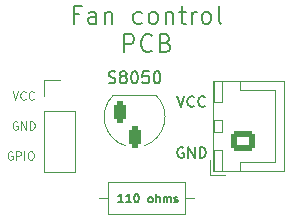
<source format=gto>
G04 #@! TF.GenerationSoftware,KiCad,Pcbnew,8.0.8*
G04 #@! TF.CreationDate,2025-03-17T22:03:57+00:00*
G04 #@! TF.ProjectId,fan_PCB02,66616e5f-5043-4423-9032-2e6b69636164,rev?*
G04 #@! TF.SameCoordinates,Original*
G04 #@! TF.FileFunction,Legend,Top*
G04 #@! TF.FilePolarity,Positive*
%FSLAX46Y46*%
G04 Gerber Fmt 4.6, Leading zero omitted, Abs format (unit mm)*
G04 Created by KiCad (PCBNEW 8.0.8) date 2025-03-17 22:03:57*
%MOMM*%
%LPD*%
G01*
G04 APERTURE LIST*
G04 Aperture macros list*
%AMRoundRect*
0 Rectangle with rounded corners*
0 $1 Rounding radius*
0 $2 $3 $4 $5 $6 $7 $8 $9 X,Y pos of 4 corners*
0 Add a 4 corners polygon primitive as box body*
4,1,4,$2,$3,$4,$5,$6,$7,$8,$9,$2,$3,0*
0 Add four circle primitives for the rounded corners*
1,1,$1+$1,$2,$3*
1,1,$1+$1,$4,$5*
1,1,$1+$1,$6,$7*
1,1,$1+$1,$8,$9*
0 Add four rect primitives between the rounded corners*
20,1,$1+$1,$2,$3,$4,$5,0*
20,1,$1+$1,$4,$5,$6,$7,0*
20,1,$1+$1,$6,$7,$8,$9,0*
20,1,$1+$1,$8,$9,$2,$3,0*%
G04 Aperture macros list end*
%ADD10C,0.100000*%
%ADD11C,0.150000*%
%ADD12C,0.200000*%
%ADD13C,0.120000*%
%ADD14RoundRect,0.250000X0.750000X-0.600000X0.750000X0.600000X-0.750000X0.600000X-0.750000X-0.600000X0*%
%ADD15O,2.000000X1.700000*%
%ADD16R,1.100000X1.800000*%
%ADD17RoundRect,0.275000X0.275000X0.625000X-0.275000X0.625000X-0.275000X-0.625000X0.275000X-0.625000X0*%
%ADD18C,1.600000*%
%ADD19O,1.600000X1.600000*%
%ADD20R,1.700000X1.700000*%
%ADD21O,1.700000X1.700000*%
%ADD22C,2.200000*%
G04 APERTURE END LIST*
D10*
X12166667Y128618033D02*
X12100000Y128651366D01*
X12100000Y128651366D02*
X12000000Y128651366D01*
X12000000Y128651366D02*
X11900000Y128618033D01*
X11900000Y128618033D02*
X11833334Y128551366D01*
X11833334Y128551366D02*
X11800000Y128484700D01*
X11800000Y128484700D02*
X11766667Y128351366D01*
X11766667Y128351366D02*
X11766667Y128251366D01*
X11766667Y128251366D02*
X11800000Y128118033D01*
X11800000Y128118033D02*
X11833334Y128051366D01*
X11833334Y128051366D02*
X11900000Y127984700D01*
X11900000Y127984700D02*
X12000000Y127951366D01*
X12000000Y127951366D02*
X12066667Y127951366D01*
X12066667Y127951366D02*
X12166667Y127984700D01*
X12166667Y127984700D02*
X12200000Y128018033D01*
X12200000Y128018033D02*
X12200000Y128251366D01*
X12200000Y128251366D02*
X12066667Y128251366D01*
X12500000Y127951366D02*
X12500000Y128651366D01*
X12500000Y128651366D02*
X12900000Y127951366D01*
X12900000Y127951366D02*
X12900000Y128651366D01*
X13233333Y127951366D02*
X13233333Y128651366D01*
X13233333Y128651366D02*
X13400000Y128651366D01*
X13400000Y128651366D02*
X13500000Y128618033D01*
X13500000Y128618033D02*
X13566667Y128551366D01*
X13566667Y128551366D02*
X13600000Y128484700D01*
X13600000Y128484700D02*
X13633333Y128351366D01*
X13633333Y128351366D02*
X13633333Y128251366D01*
X13633333Y128251366D02*
X13600000Y128118033D01*
X13600000Y128118033D02*
X13566667Y128051366D01*
X13566667Y128051366D02*
X13500000Y127984700D01*
X13500000Y127984700D02*
X13400000Y127951366D01*
X13400000Y127951366D02*
X13233333Y127951366D01*
X11746000Y126078033D02*
X11679333Y126111366D01*
X11679333Y126111366D02*
X11579333Y126111366D01*
X11579333Y126111366D02*
X11479333Y126078033D01*
X11479333Y126078033D02*
X11412667Y126011366D01*
X11412667Y126011366D02*
X11379333Y125944700D01*
X11379333Y125944700D02*
X11346000Y125811366D01*
X11346000Y125811366D02*
X11346000Y125711366D01*
X11346000Y125711366D02*
X11379333Y125578033D01*
X11379333Y125578033D02*
X11412667Y125511366D01*
X11412667Y125511366D02*
X11479333Y125444700D01*
X11479333Y125444700D02*
X11579333Y125411366D01*
X11579333Y125411366D02*
X11646000Y125411366D01*
X11646000Y125411366D02*
X11746000Y125444700D01*
X11746000Y125444700D02*
X11779333Y125478033D01*
X11779333Y125478033D02*
X11779333Y125711366D01*
X11779333Y125711366D02*
X11646000Y125711366D01*
X12079333Y125411366D02*
X12079333Y126111366D01*
X12079333Y126111366D02*
X12346000Y126111366D01*
X12346000Y126111366D02*
X12412667Y126078033D01*
X12412667Y126078033D02*
X12446000Y126044700D01*
X12446000Y126044700D02*
X12479333Y125978033D01*
X12479333Y125978033D02*
X12479333Y125878033D01*
X12479333Y125878033D02*
X12446000Y125811366D01*
X12446000Y125811366D02*
X12412667Y125778033D01*
X12412667Y125778033D02*
X12346000Y125744700D01*
X12346000Y125744700D02*
X12079333Y125744700D01*
X12779333Y125411366D02*
X12779333Y126111366D01*
X13246000Y126111366D02*
X13379333Y126111366D01*
X13379333Y126111366D02*
X13446000Y126078033D01*
X13446000Y126078033D02*
X13512666Y126011366D01*
X13512666Y126011366D02*
X13546000Y125878033D01*
X13546000Y125878033D02*
X13546000Y125644700D01*
X13546000Y125644700D02*
X13512666Y125511366D01*
X13512666Y125511366D02*
X13446000Y125444700D01*
X13446000Y125444700D02*
X13379333Y125411366D01*
X13379333Y125411366D02*
X13246000Y125411366D01*
X13246000Y125411366D02*
X13179333Y125444700D01*
X13179333Y125444700D02*
X13112666Y125511366D01*
X13112666Y125511366D02*
X13079333Y125644700D01*
X13079333Y125644700D02*
X13079333Y125878033D01*
X13079333Y125878033D02*
X13112666Y126011366D01*
X13112666Y126011366D02*
X13179333Y126078033D01*
X13179333Y126078033D02*
X13246000Y126111366D01*
D11*
X25724000Y130793442D02*
X26024000Y129893442D01*
X26024000Y129893442D02*
X26324000Y130793442D01*
X27138286Y129979157D02*
X27095429Y129936300D01*
X27095429Y129936300D02*
X26966857Y129893442D01*
X26966857Y129893442D02*
X26881143Y129893442D01*
X26881143Y129893442D02*
X26752572Y129936300D01*
X26752572Y129936300D02*
X26666857Y130022014D01*
X26666857Y130022014D02*
X26624000Y130107728D01*
X26624000Y130107728D02*
X26581143Y130279157D01*
X26581143Y130279157D02*
X26581143Y130407728D01*
X26581143Y130407728D02*
X26624000Y130579157D01*
X26624000Y130579157D02*
X26666857Y130664871D01*
X26666857Y130664871D02*
X26752572Y130750585D01*
X26752572Y130750585D02*
X26881143Y130793442D01*
X26881143Y130793442D02*
X26966857Y130793442D01*
X26966857Y130793442D02*
X27095429Y130750585D01*
X27095429Y130750585D02*
X27138286Y130707728D01*
X28038286Y129979157D02*
X27995429Y129936300D01*
X27995429Y129936300D02*
X27866857Y129893442D01*
X27866857Y129893442D02*
X27781143Y129893442D01*
X27781143Y129893442D02*
X27652572Y129936300D01*
X27652572Y129936300D02*
X27566857Y130022014D01*
X27566857Y130022014D02*
X27524000Y130107728D01*
X27524000Y130107728D02*
X27481143Y130279157D01*
X27481143Y130279157D02*
X27481143Y130407728D01*
X27481143Y130407728D02*
X27524000Y130579157D01*
X27524000Y130579157D02*
X27566857Y130664871D01*
X27566857Y130664871D02*
X27652572Y130750585D01*
X27652572Y130750585D02*
X27781143Y130793442D01*
X27781143Y130793442D02*
X27866857Y130793442D01*
X27866857Y130793442D02*
X27995429Y130750585D01*
X27995429Y130750585D02*
X28038286Y130707728D01*
D10*
X11766666Y131191366D02*
X12000000Y130491366D01*
X12000000Y130491366D02*
X12233333Y131191366D01*
X12866666Y130558033D02*
X12833333Y130524700D01*
X12833333Y130524700D02*
X12733333Y130491366D01*
X12733333Y130491366D02*
X12666666Y130491366D01*
X12666666Y130491366D02*
X12566666Y130524700D01*
X12566666Y130524700D02*
X12500000Y130591366D01*
X12500000Y130591366D02*
X12466666Y130658033D01*
X12466666Y130658033D02*
X12433333Y130791366D01*
X12433333Y130791366D02*
X12433333Y130891366D01*
X12433333Y130891366D02*
X12466666Y131024700D01*
X12466666Y131024700D02*
X12500000Y131091366D01*
X12500000Y131091366D02*
X12566666Y131158033D01*
X12566666Y131158033D02*
X12666666Y131191366D01*
X12666666Y131191366D02*
X12733333Y131191366D01*
X12733333Y131191366D02*
X12833333Y131158033D01*
X12833333Y131158033D02*
X12866666Y131124700D01*
X13566666Y130558033D02*
X13533333Y130524700D01*
X13533333Y130524700D02*
X13433333Y130491366D01*
X13433333Y130491366D02*
X13366666Y130491366D01*
X13366666Y130491366D02*
X13266666Y130524700D01*
X13266666Y130524700D02*
X13200000Y130591366D01*
X13200000Y130591366D02*
X13166666Y130658033D01*
X13166666Y130658033D02*
X13133333Y130791366D01*
X13133333Y130791366D02*
X13133333Y130891366D01*
X13133333Y130891366D02*
X13166666Y131024700D01*
X13166666Y131024700D02*
X13200000Y131091366D01*
X13200000Y131091366D02*
X13266666Y131158033D01*
X13266666Y131158033D02*
X13366666Y131191366D01*
X13366666Y131191366D02*
X13433333Y131191366D01*
X13433333Y131191366D02*
X13533333Y131158033D01*
X13533333Y131158033D02*
X13566666Y131124700D01*
D11*
X21132017Y121793466D02*
X20732017Y121793466D01*
X20932017Y121793466D02*
X20932017Y122493466D01*
X20932017Y122493466D02*
X20865350Y122393466D01*
X20865350Y122393466D02*
X20798684Y122326800D01*
X20798684Y122326800D02*
X20732017Y122293466D01*
X21798684Y121793466D02*
X21398684Y121793466D01*
X21598684Y121793466D02*
X21598684Y122493466D01*
X21598684Y122493466D02*
X21532017Y122393466D01*
X21532017Y122393466D02*
X21465351Y122326800D01*
X21465351Y122326800D02*
X21398684Y122293466D01*
X22232018Y122493466D02*
X22298684Y122493466D01*
X22298684Y122493466D02*
X22365351Y122460133D01*
X22365351Y122460133D02*
X22398684Y122426800D01*
X22398684Y122426800D02*
X22432018Y122360133D01*
X22432018Y122360133D02*
X22465351Y122226800D01*
X22465351Y122226800D02*
X22465351Y122060133D01*
X22465351Y122060133D02*
X22432018Y121926800D01*
X22432018Y121926800D02*
X22398684Y121860133D01*
X22398684Y121860133D02*
X22365351Y121826800D01*
X22365351Y121826800D02*
X22298684Y121793466D01*
X22298684Y121793466D02*
X22232018Y121793466D01*
X22232018Y121793466D02*
X22165351Y121826800D01*
X22165351Y121826800D02*
X22132018Y121860133D01*
X22132018Y121860133D02*
X22098684Y121926800D01*
X22098684Y121926800D02*
X22065351Y122060133D01*
X22065351Y122060133D02*
X22065351Y122226800D01*
X22065351Y122226800D02*
X22098684Y122360133D01*
X22098684Y122360133D02*
X22132018Y122426800D01*
X22132018Y122426800D02*
X22165351Y122460133D01*
X22165351Y122460133D02*
X22232018Y122493466D01*
X23398684Y121793466D02*
X23332018Y121826800D01*
X23332018Y121826800D02*
X23298684Y121860133D01*
X23298684Y121860133D02*
X23265351Y121926800D01*
X23265351Y121926800D02*
X23265351Y122126800D01*
X23265351Y122126800D02*
X23298684Y122193466D01*
X23298684Y122193466D02*
X23332018Y122226800D01*
X23332018Y122226800D02*
X23398684Y122260133D01*
X23398684Y122260133D02*
X23498684Y122260133D01*
X23498684Y122260133D02*
X23565351Y122226800D01*
X23565351Y122226800D02*
X23598684Y122193466D01*
X23598684Y122193466D02*
X23632018Y122126800D01*
X23632018Y122126800D02*
X23632018Y121926800D01*
X23632018Y121926800D02*
X23598684Y121860133D01*
X23598684Y121860133D02*
X23565351Y121826800D01*
X23565351Y121826800D02*
X23498684Y121793466D01*
X23498684Y121793466D02*
X23398684Y121793466D01*
X23932017Y121793466D02*
X23932017Y122493466D01*
X24232017Y121793466D02*
X24232017Y122160133D01*
X24232017Y122160133D02*
X24198684Y122226800D01*
X24198684Y122226800D02*
X24132017Y122260133D01*
X24132017Y122260133D02*
X24032017Y122260133D01*
X24032017Y122260133D02*
X23965351Y122226800D01*
X23965351Y122226800D02*
X23932017Y122193466D01*
X24565350Y121793466D02*
X24565350Y122260133D01*
X24565350Y122193466D02*
X24598684Y122226800D01*
X24598684Y122226800D02*
X24665350Y122260133D01*
X24665350Y122260133D02*
X24765350Y122260133D01*
X24765350Y122260133D02*
X24832017Y122226800D01*
X24832017Y122226800D02*
X24865350Y122160133D01*
X24865350Y122160133D02*
X24865350Y121793466D01*
X24865350Y122160133D02*
X24898684Y122226800D01*
X24898684Y122226800D02*
X24965350Y122260133D01*
X24965350Y122260133D02*
X25065350Y122260133D01*
X25065350Y122260133D02*
X25132017Y122226800D01*
X25132017Y122226800D02*
X25165350Y122160133D01*
X25165350Y122160133D02*
X25165350Y121793466D01*
X25465350Y121826800D02*
X25532017Y121793466D01*
X25532017Y121793466D02*
X25665350Y121793466D01*
X25665350Y121793466D02*
X25732017Y121826800D01*
X25732017Y121826800D02*
X25765350Y121893466D01*
X25765350Y121893466D02*
X25765350Y121926800D01*
X25765350Y121926800D02*
X25732017Y121993466D01*
X25732017Y121993466D02*
X25665350Y122026800D01*
X25665350Y122026800D02*
X25565350Y122026800D01*
X25565350Y122026800D02*
X25498683Y122060133D01*
X25498683Y122060133D02*
X25465350Y122126800D01*
X25465350Y122126800D02*
X25465350Y122160133D01*
X25465350Y122160133D02*
X25498683Y122226800D01*
X25498683Y122226800D02*
X25565350Y122260133D01*
X25565350Y122260133D02*
X25665350Y122260133D01*
X25665350Y122260133D02*
X25732017Y122226800D01*
X26238286Y126432585D02*
X26152572Y126475442D01*
X26152572Y126475442D02*
X26024000Y126475442D01*
X26024000Y126475442D02*
X25895429Y126432585D01*
X25895429Y126432585D02*
X25809714Y126346871D01*
X25809714Y126346871D02*
X25766857Y126261157D01*
X25766857Y126261157D02*
X25724000Y126089728D01*
X25724000Y126089728D02*
X25724000Y125961157D01*
X25724000Y125961157D02*
X25766857Y125789728D01*
X25766857Y125789728D02*
X25809714Y125704014D01*
X25809714Y125704014D02*
X25895429Y125618300D01*
X25895429Y125618300D02*
X26024000Y125575442D01*
X26024000Y125575442D02*
X26109714Y125575442D01*
X26109714Y125575442D02*
X26238286Y125618300D01*
X26238286Y125618300D02*
X26281143Y125661157D01*
X26281143Y125661157D02*
X26281143Y125961157D01*
X26281143Y125961157D02*
X26109714Y125961157D01*
X26666857Y125575442D02*
X26666857Y126475442D01*
X26666857Y126475442D02*
X27181143Y125575442D01*
X27181143Y125575442D02*
X27181143Y126475442D01*
X27609714Y125575442D02*
X27609714Y126475442D01*
X27609714Y126475442D02*
X27824000Y126475442D01*
X27824000Y126475442D02*
X27952571Y126432585D01*
X27952571Y126432585D02*
X28038286Y126346871D01*
X28038286Y126346871D02*
X28081143Y126261157D01*
X28081143Y126261157D02*
X28124000Y126089728D01*
X28124000Y126089728D02*
X28124000Y125961157D01*
X28124000Y125961157D02*
X28081143Y125789728D01*
X28081143Y125789728D02*
X28038286Y125704014D01*
X28038286Y125704014D02*
X27952571Y125618300D01*
X27952571Y125618300D02*
X27824000Y125575442D01*
X27824000Y125575442D02*
X27609714Y125575442D01*
D12*
X17435428Y137707643D02*
X16935428Y137707643D01*
X16935428Y136921929D02*
X16935428Y138421929D01*
X16935428Y138421929D02*
X17649714Y138421929D01*
X18864000Y136921929D02*
X18864000Y137707643D01*
X18864000Y137707643D02*
X18792571Y137850500D01*
X18792571Y137850500D02*
X18649714Y137921929D01*
X18649714Y137921929D02*
X18364000Y137921929D01*
X18364000Y137921929D02*
X18221142Y137850500D01*
X18864000Y136993358D02*
X18721142Y136921929D01*
X18721142Y136921929D02*
X18364000Y136921929D01*
X18364000Y136921929D02*
X18221142Y136993358D01*
X18221142Y136993358D02*
X18149714Y137136215D01*
X18149714Y137136215D02*
X18149714Y137279072D01*
X18149714Y137279072D02*
X18221142Y137421929D01*
X18221142Y137421929D02*
X18364000Y137493358D01*
X18364000Y137493358D02*
X18721142Y137493358D01*
X18721142Y137493358D02*
X18864000Y137564786D01*
X19578285Y137921929D02*
X19578285Y136921929D01*
X19578285Y137779072D02*
X19649714Y137850500D01*
X19649714Y137850500D02*
X19792571Y137921929D01*
X19792571Y137921929D02*
X20006857Y137921929D01*
X20006857Y137921929D02*
X20149714Y137850500D01*
X20149714Y137850500D02*
X20221143Y137707643D01*
X20221143Y137707643D02*
X20221143Y136921929D01*
X22721143Y136993358D02*
X22578285Y136921929D01*
X22578285Y136921929D02*
X22292571Y136921929D01*
X22292571Y136921929D02*
X22149714Y136993358D01*
X22149714Y136993358D02*
X22078285Y137064786D01*
X22078285Y137064786D02*
X22006857Y137207643D01*
X22006857Y137207643D02*
X22006857Y137636215D01*
X22006857Y137636215D02*
X22078285Y137779072D01*
X22078285Y137779072D02*
X22149714Y137850500D01*
X22149714Y137850500D02*
X22292571Y137921929D01*
X22292571Y137921929D02*
X22578285Y137921929D01*
X22578285Y137921929D02*
X22721143Y137850500D01*
X23578285Y136921929D02*
X23435428Y136993358D01*
X23435428Y136993358D02*
X23363999Y137064786D01*
X23363999Y137064786D02*
X23292571Y137207643D01*
X23292571Y137207643D02*
X23292571Y137636215D01*
X23292571Y137636215D02*
X23363999Y137779072D01*
X23363999Y137779072D02*
X23435428Y137850500D01*
X23435428Y137850500D02*
X23578285Y137921929D01*
X23578285Y137921929D02*
X23792571Y137921929D01*
X23792571Y137921929D02*
X23935428Y137850500D01*
X23935428Y137850500D02*
X24006857Y137779072D01*
X24006857Y137779072D02*
X24078285Y137636215D01*
X24078285Y137636215D02*
X24078285Y137207643D01*
X24078285Y137207643D02*
X24006857Y137064786D01*
X24006857Y137064786D02*
X23935428Y136993358D01*
X23935428Y136993358D02*
X23792571Y136921929D01*
X23792571Y136921929D02*
X23578285Y136921929D01*
X24721142Y137921929D02*
X24721142Y136921929D01*
X24721142Y137779072D02*
X24792571Y137850500D01*
X24792571Y137850500D02*
X24935428Y137921929D01*
X24935428Y137921929D02*
X25149714Y137921929D01*
X25149714Y137921929D02*
X25292571Y137850500D01*
X25292571Y137850500D02*
X25364000Y137707643D01*
X25364000Y137707643D02*
X25364000Y136921929D01*
X25864000Y137921929D02*
X26435428Y137921929D01*
X26078285Y138421929D02*
X26078285Y137136215D01*
X26078285Y137136215D02*
X26149714Y136993358D01*
X26149714Y136993358D02*
X26292571Y136921929D01*
X26292571Y136921929D02*
X26435428Y136921929D01*
X26935428Y136921929D02*
X26935428Y137921929D01*
X26935428Y137636215D02*
X27006857Y137779072D01*
X27006857Y137779072D02*
X27078286Y137850500D01*
X27078286Y137850500D02*
X27221143Y137921929D01*
X27221143Y137921929D02*
X27364000Y137921929D01*
X28078285Y136921929D02*
X27935428Y136993358D01*
X27935428Y136993358D02*
X27863999Y137064786D01*
X27863999Y137064786D02*
X27792571Y137207643D01*
X27792571Y137207643D02*
X27792571Y137636215D01*
X27792571Y137636215D02*
X27863999Y137779072D01*
X27863999Y137779072D02*
X27935428Y137850500D01*
X27935428Y137850500D02*
X28078285Y137921929D01*
X28078285Y137921929D02*
X28292571Y137921929D01*
X28292571Y137921929D02*
X28435428Y137850500D01*
X28435428Y137850500D02*
X28506857Y137779072D01*
X28506857Y137779072D02*
X28578285Y137636215D01*
X28578285Y137636215D02*
X28578285Y137207643D01*
X28578285Y137207643D02*
X28506857Y137064786D01*
X28506857Y137064786D02*
X28435428Y136993358D01*
X28435428Y136993358D02*
X28292571Y136921929D01*
X28292571Y136921929D02*
X28078285Y136921929D01*
X29435428Y136921929D02*
X29292571Y136993358D01*
X29292571Y136993358D02*
X29221142Y137136215D01*
X29221142Y137136215D02*
X29221142Y138421929D01*
X21221142Y134507013D02*
X21221142Y136007013D01*
X21221142Y136007013D02*
X21792571Y136007013D01*
X21792571Y136007013D02*
X21935428Y135935584D01*
X21935428Y135935584D02*
X22006857Y135864156D01*
X22006857Y135864156D02*
X22078285Y135721299D01*
X22078285Y135721299D02*
X22078285Y135507013D01*
X22078285Y135507013D02*
X22006857Y135364156D01*
X22006857Y135364156D02*
X21935428Y135292727D01*
X21935428Y135292727D02*
X21792571Y135221299D01*
X21792571Y135221299D02*
X21221142Y135221299D01*
X23578285Y134649870D02*
X23506857Y134578442D01*
X23506857Y134578442D02*
X23292571Y134507013D01*
X23292571Y134507013D02*
X23149714Y134507013D01*
X23149714Y134507013D02*
X22935428Y134578442D01*
X22935428Y134578442D02*
X22792571Y134721299D01*
X22792571Y134721299D02*
X22721142Y134864156D01*
X22721142Y134864156D02*
X22649714Y135149870D01*
X22649714Y135149870D02*
X22649714Y135364156D01*
X22649714Y135364156D02*
X22721142Y135649870D01*
X22721142Y135649870D02*
X22792571Y135792727D01*
X22792571Y135792727D02*
X22935428Y135935584D01*
X22935428Y135935584D02*
X23149714Y136007013D01*
X23149714Y136007013D02*
X23292571Y136007013D01*
X23292571Y136007013D02*
X23506857Y135935584D01*
X23506857Y135935584D02*
X23578285Y135864156D01*
X24721142Y135292727D02*
X24935428Y135221299D01*
X24935428Y135221299D02*
X25006857Y135149870D01*
X25006857Y135149870D02*
X25078285Y135007013D01*
X25078285Y135007013D02*
X25078285Y134792727D01*
X25078285Y134792727D02*
X25006857Y134649870D01*
X25006857Y134649870D02*
X24935428Y134578442D01*
X24935428Y134578442D02*
X24792571Y134507013D01*
X24792571Y134507013D02*
X24221142Y134507013D01*
X24221142Y134507013D02*
X24221142Y136007013D01*
X24221142Y136007013D02*
X24721142Y136007013D01*
X24721142Y136007013D02*
X24864000Y135935584D01*
X24864000Y135935584D02*
X24935428Y135864156D01*
X24935428Y135864156D02*
X25006857Y135721299D01*
X25006857Y135721299D02*
X25006857Y135578442D01*
X25006857Y135578442D02*
X24935428Y135435584D01*
X24935428Y135435584D02*
X24864000Y135364156D01*
X24864000Y135364156D02*
X24721142Y135292727D01*
X24721142Y135292727D02*
X24221142Y135292727D01*
D11*
X19907524Y131926800D02*
X20050381Y131879180D01*
X20050381Y131879180D02*
X20288476Y131879180D01*
X20288476Y131879180D02*
X20383714Y131926800D01*
X20383714Y131926800D02*
X20431333Y131974419D01*
X20431333Y131974419D02*
X20478952Y132069657D01*
X20478952Y132069657D02*
X20478952Y132164895D01*
X20478952Y132164895D02*
X20431333Y132260133D01*
X20431333Y132260133D02*
X20383714Y132307752D01*
X20383714Y132307752D02*
X20288476Y132355371D01*
X20288476Y132355371D02*
X20098000Y132402990D01*
X20098000Y132402990D02*
X20002762Y132450609D01*
X20002762Y132450609D02*
X19955143Y132498228D01*
X19955143Y132498228D02*
X19907524Y132593466D01*
X19907524Y132593466D02*
X19907524Y132688704D01*
X19907524Y132688704D02*
X19955143Y132783942D01*
X19955143Y132783942D02*
X20002762Y132831561D01*
X20002762Y132831561D02*
X20098000Y132879180D01*
X20098000Y132879180D02*
X20336095Y132879180D01*
X20336095Y132879180D02*
X20478952Y132831561D01*
X21050381Y132450609D02*
X20955143Y132498228D01*
X20955143Y132498228D02*
X20907524Y132545847D01*
X20907524Y132545847D02*
X20859905Y132641085D01*
X20859905Y132641085D02*
X20859905Y132688704D01*
X20859905Y132688704D02*
X20907524Y132783942D01*
X20907524Y132783942D02*
X20955143Y132831561D01*
X20955143Y132831561D02*
X21050381Y132879180D01*
X21050381Y132879180D02*
X21240857Y132879180D01*
X21240857Y132879180D02*
X21336095Y132831561D01*
X21336095Y132831561D02*
X21383714Y132783942D01*
X21383714Y132783942D02*
X21431333Y132688704D01*
X21431333Y132688704D02*
X21431333Y132641085D01*
X21431333Y132641085D02*
X21383714Y132545847D01*
X21383714Y132545847D02*
X21336095Y132498228D01*
X21336095Y132498228D02*
X21240857Y132450609D01*
X21240857Y132450609D02*
X21050381Y132450609D01*
X21050381Y132450609D02*
X20955143Y132402990D01*
X20955143Y132402990D02*
X20907524Y132355371D01*
X20907524Y132355371D02*
X20859905Y132260133D01*
X20859905Y132260133D02*
X20859905Y132069657D01*
X20859905Y132069657D02*
X20907524Y131974419D01*
X20907524Y131974419D02*
X20955143Y131926800D01*
X20955143Y131926800D02*
X21050381Y131879180D01*
X21050381Y131879180D02*
X21240857Y131879180D01*
X21240857Y131879180D02*
X21336095Y131926800D01*
X21336095Y131926800D02*
X21383714Y131974419D01*
X21383714Y131974419D02*
X21431333Y132069657D01*
X21431333Y132069657D02*
X21431333Y132260133D01*
X21431333Y132260133D02*
X21383714Y132355371D01*
X21383714Y132355371D02*
X21336095Y132402990D01*
X21336095Y132402990D02*
X21240857Y132450609D01*
X22050381Y132879180D02*
X22145619Y132879180D01*
X22145619Y132879180D02*
X22240857Y132831561D01*
X22240857Y132831561D02*
X22288476Y132783942D01*
X22288476Y132783942D02*
X22336095Y132688704D01*
X22336095Y132688704D02*
X22383714Y132498228D01*
X22383714Y132498228D02*
X22383714Y132260133D01*
X22383714Y132260133D02*
X22336095Y132069657D01*
X22336095Y132069657D02*
X22288476Y131974419D01*
X22288476Y131974419D02*
X22240857Y131926800D01*
X22240857Y131926800D02*
X22145619Y131879180D01*
X22145619Y131879180D02*
X22050381Y131879180D01*
X22050381Y131879180D02*
X21955143Y131926800D01*
X21955143Y131926800D02*
X21907524Y131974419D01*
X21907524Y131974419D02*
X21859905Y132069657D01*
X21859905Y132069657D02*
X21812286Y132260133D01*
X21812286Y132260133D02*
X21812286Y132498228D01*
X21812286Y132498228D02*
X21859905Y132688704D01*
X21859905Y132688704D02*
X21907524Y132783942D01*
X21907524Y132783942D02*
X21955143Y132831561D01*
X21955143Y132831561D02*
X22050381Y132879180D01*
X23288476Y132879180D02*
X22812286Y132879180D01*
X22812286Y132879180D02*
X22764667Y132402990D01*
X22764667Y132402990D02*
X22812286Y132450609D01*
X22812286Y132450609D02*
X22907524Y132498228D01*
X22907524Y132498228D02*
X23145619Y132498228D01*
X23145619Y132498228D02*
X23240857Y132450609D01*
X23240857Y132450609D02*
X23288476Y132402990D01*
X23288476Y132402990D02*
X23336095Y132307752D01*
X23336095Y132307752D02*
X23336095Y132069657D01*
X23336095Y132069657D02*
X23288476Y131974419D01*
X23288476Y131974419D02*
X23240857Y131926800D01*
X23240857Y131926800D02*
X23145619Y131879180D01*
X23145619Y131879180D02*
X22907524Y131879180D01*
X22907524Y131879180D02*
X22812286Y131926800D01*
X22812286Y131926800D02*
X22764667Y131974419D01*
X23955143Y132879180D02*
X24050381Y132879180D01*
X24050381Y132879180D02*
X24145619Y132831561D01*
X24145619Y132831561D02*
X24193238Y132783942D01*
X24193238Y132783942D02*
X24240857Y132688704D01*
X24240857Y132688704D02*
X24288476Y132498228D01*
X24288476Y132498228D02*
X24288476Y132260133D01*
X24288476Y132260133D02*
X24240857Y132069657D01*
X24240857Y132069657D02*
X24193238Y131974419D01*
X24193238Y131974419D02*
X24145619Y131926800D01*
X24145619Y131926800D02*
X24050381Y131879180D01*
X24050381Y131879180D02*
X23955143Y131879180D01*
X23955143Y131879180D02*
X23859905Y131926800D01*
X23859905Y131926800D02*
X23812286Y131974419D01*
X23812286Y131974419D02*
X23764667Y132069657D01*
X23764667Y132069657D02*
X23717048Y132260133D01*
X23717048Y132260133D02*
X23717048Y132498228D01*
X23717048Y132498228D02*
X23764667Y132688704D01*
X23764667Y132688704D02*
X23812286Y132783942D01*
X23812286Y132783942D02*
X23859905Y132831561D01*
X23859905Y132831561D02*
X23955143Y132879180D01*
D13*
X28492000Y125400000D02*
X28492000Y124150000D01*
X28492000Y124150000D02*
X29742000Y124150000D01*
X28782000Y132060000D02*
X28782000Y124440000D01*
X28782000Y124440000D02*
X34752000Y124440000D01*
X28792000Y132050000D02*
X28792000Y130250000D01*
X28792000Y130250000D02*
X29542000Y130250000D01*
X28792000Y128750000D02*
X28792000Y127750000D01*
X28792000Y127750000D02*
X29542000Y127750000D01*
X28792000Y126250000D02*
X28792000Y124450000D01*
X28792000Y124450000D02*
X29542000Y124450000D01*
X29542000Y132050000D02*
X28792000Y132050000D01*
X29542000Y130250000D02*
X29542000Y132050000D01*
X29542000Y128750000D02*
X28792000Y128750000D01*
X29542000Y127750000D02*
X29542000Y128750000D01*
X29542000Y126250000D02*
X28792000Y126250000D01*
X29542000Y124450000D02*
X29542000Y126250000D01*
X31042000Y132050000D02*
X31042000Y131300000D01*
X31042000Y131300000D02*
X33992000Y131300000D01*
X31042000Y125200000D02*
X33992000Y125200000D01*
X31042000Y124450000D02*
X31042000Y125200000D01*
X33992000Y131300000D02*
X33992000Y128250000D01*
X33992000Y125200000D02*
X33992000Y128250000D01*
X34752000Y132060000D02*
X28782000Y132060000D01*
X34752000Y124440000D02*
X34752000Y132060000D01*
X23898000Y130882000D02*
X20298000Y130882000D01*
X21318000Y126582000D02*
G75*
G02*
X20289555Y130859684I780000J2450000D01*
G01*
X23909875Y130873741D02*
G75*
G02*
X22918000Y126582000I-1811875J-1841741D01*
G01*
X19074000Y122174000D02*
X19844000Y122174000D01*
X19844000Y123544000D02*
X19844000Y120804000D01*
X19844000Y120804000D02*
X26384000Y120804000D01*
X26384000Y123544000D02*
X19844000Y123544000D01*
X26384000Y120804000D02*
X26384000Y123544000D01*
X27154000Y122174000D02*
X26384000Y122174000D01*
X14418000Y132140000D02*
X15748000Y132140000D01*
X14418000Y130810000D02*
X14418000Y132140000D01*
X14418000Y129540000D02*
X14418000Y124400000D01*
X14418000Y129540000D02*
X17078000Y129540000D01*
X14418000Y124400000D02*
X17078000Y124400000D01*
X17078000Y129540000D02*
X17078000Y124400000D01*
%LPC*%
D14*
X31242000Y127000000D03*
D15*
X31242000Y129500000D03*
D16*
X23368000Y129432000D03*
D17*
X22098000Y127362000D03*
X20828000Y129432000D03*
D18*
X18034000Y122174000D03*
D19*
X28194000Y122174000D03*
D20*
X15748000Y130810000D03*
D21*
X15748000Y128270000D03*
X15748000Y125730000D03*
D22*
X13970000Y135636000D03*
X32258000Y135636000D03*
X13970000Y120904000D03*
X32258000Y120904000D03*
%LPD*%
M02*

</source>
